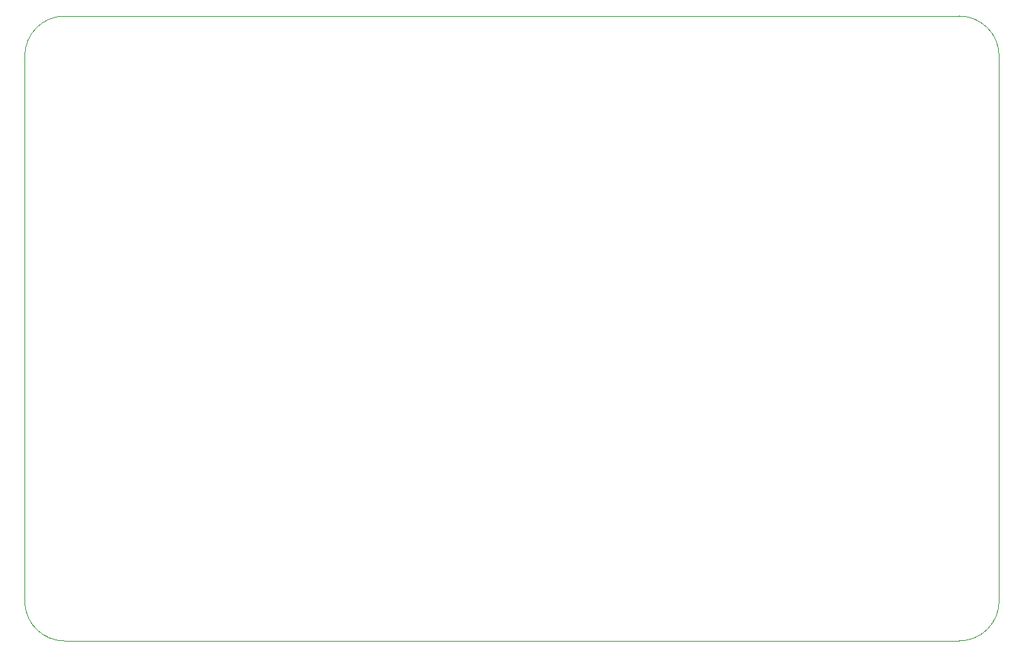
<source format=gbr>
%TF.GenerationSoftware,KiCad,Pcbnew,7.0.5-7.0.5~ubuntu20.04.1*%
%TF.CreationDate,2023-07-11T16:02:30+02:00*%
%TF.ProjectId,drone_launcher,64726f6e-655f-46c6-9175-6e636865722e,V1.0*%
%TF.SameCoordinates,Original*%
%TF.FileFunction,Profile,NP*%
%FSLAX46Y46*%
G04 Gerber Fmt 4.6, Leading zero omitted, Abs format (unit mm)*
G04 Created by KiCad (PCBNEW 7.0.5-7.0.5~ubuntu20.04.1) date 2023-07-11 16:02:30*
%MOMM*%
%LPD*%
G01*
G04 APERTURE LIST*
%TA.AperFunction,Profile*%
%ADD10C,0.100000*%
%TD*%
G04 APERTURE END LIST*
D10*
X203708000Y-134620000D02*
X95504000Y-134626679D01*
X90678001Y-130048000D02*
X90678000Y-63754000D01*
X208534000Y-63754000D02*
G75*
G03*
X203708000Y-58928000I-4826000J0D01*
G01*
X95504000Y-58928000D02*
X203708000Y-58928000D01*
X95504000Y-58928000D02*
G75*
G03*
X90678000Y-63754000I0J-4826000D01*
G01*
X208534000Y-63754000D02*
X208534000Y-129794000D01*
X90678001Y-130048000D02*
G75*
G03*
X95504000Y-134626679I4825999J254000D01*
G01*
X203708000Y-134620000D02*
G75*
G03*
X208534000Y-129794000I0J4826000D01*
G01*
M02*

</source>
